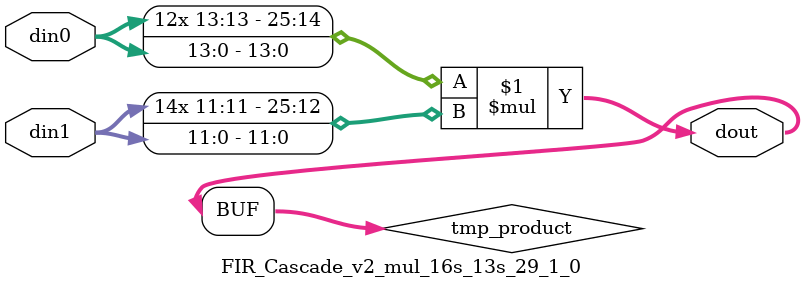
<source format=v>

`timescale 1 ns / 1 ps

 module FIR_Cascade_v2_mul_16s_13s_29_1_0(din0, din1, dout);
parameter ID = 1;
parameter NUM_STAGE = 0;
parameter din0_WIDTH = 14;
parameter din1_WIDTH = 12;
parameter dout_WIDTH = 26;

input [din0_WIDTH - 1 : 0] din0; 
input [din1_WIDTH - 1 : 0] din1; 
output [dout_WIDTH - 1 : 0] dout;

wire signed [dout_WIDTH - 1 : 0] tmp_product;



























assign tmp_product = $signed(din0) * $signed(din1);








assign dout = tmp_product;





















endmodule

</source>
